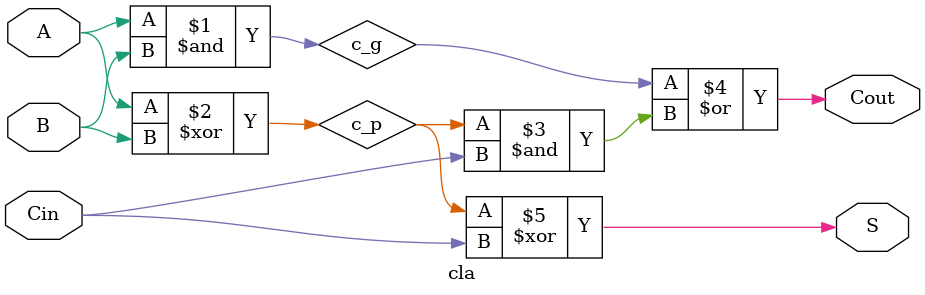
<source format=v>

module cla (
    input wire A, B, Cin,
    output wire S, Cout
);

	// Signal declaration
	wire c_g, c_p;

	// Carry generation and propagation
	assign c_g = A & B;  // Carry generate
	assign c_p = A ^ B;  // Carry propagate

	// Compute carry out and sum
	assign Cout = c_g | (c_p & Cin);
	assign S = c_p ^ Cin;

endmodule

</source>
